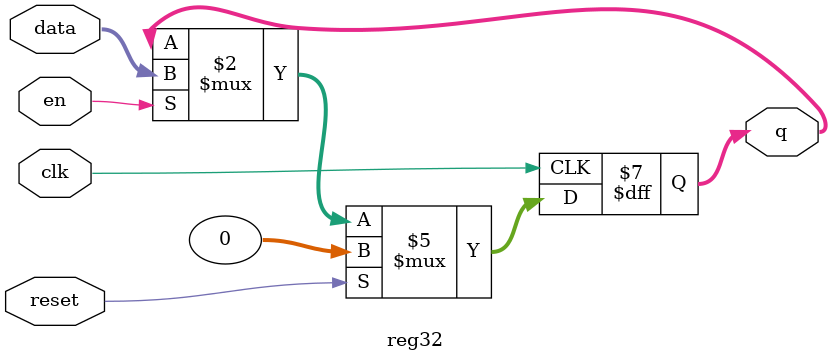
<source format=v>

module reg32(
	input clk,		            // data is stored on rising edge 
	input en,			            // data is stored only when enable is high
	input reset, 	            // synchronous reset
	input [WIDTH-1:0] data,   // data you want to store
	output reg [WIDTH-1:0] q  // current data stored in register
	);
	localparam WIDTH = 32;

	always @(posedge clk) begin 
		if (reset) begin 
			q <= 0;
		end 
		else if (en) begin 
			q <= data;
		end 
	end 

endmodule

</source>
